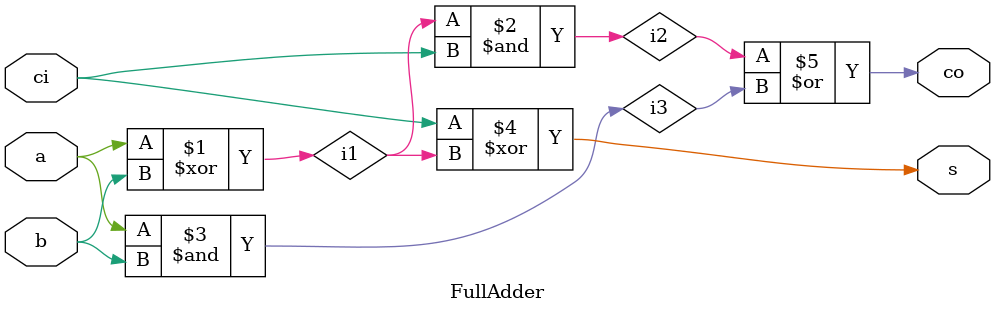
<source format=v>
`timescale 1ns / 1ps


module FullAdder(
    input a,
    input b,
    input ci,
    output s,
    output co
    );
    wire i1, i2, i3;
    
    assign i1 = a ^ b;
    assign i2 = i1 & ci;
    assign i3 = a & b;
    
    assign s = ci ^ i1;
    
    assign co = i2 | i3;
    
endmodule

</source>
